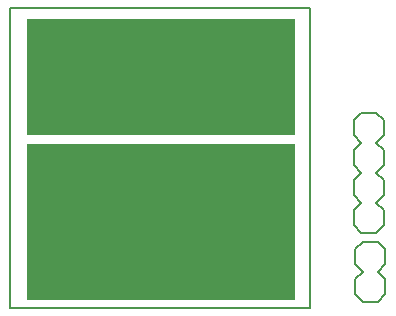
<source format=gto>
G75*
G70*
%OFA0B0*%
%FSLAX24Y24*%
%IPPOS*%
%LPD*%
%AMOC8*
5,1,8,0,0,1.08239X$1,22.5*
%
%ADD10C,0.0050*%
%ADD11R,0.8950X0.3850*%
%ADD12R,0.8950X0.5200*%
%ADD13C,0.0080*%
D10*
X002700Y000300D02*
X002700Y010300D01*
X012700Y010300D01*
X012700Y000300D01*
X002700Y000300D01*
D11*
X007725Y007975D03*
D12*
X007725Y003150D03*
D13*
X014150Y003050D02*
X014150Y003550D01*
X014400Y003800D01*
X014150Y004050D01*
X014150Y004550D01*
X014400Y004800D01*
X014150Y005050D01*
X014150Y005550D01*
X014400Y005800D01*
X014150Y006050D01*
X014150Y006550D01*
X014400Y006800D01*
X014900Y006800D01*
X015150Y006550D01*
X015150Y006050D01*
X014900Y005800D01*
X015150Y005550D01*
X015150Y005050D01*
X014900Y004800D01*
X015150Y004550D01*
X015150Y004050D01*
X014900Y003800D01*
X015150Y003550D01*
X015150Y003050D01*
X014900Y002800D01*
X014400Y002800D01*
X014150Y003050D01*
X014450Y002500D02*
X014950Y002500D01*
X015200Y002250D01*
X015200Y001750D01*
X014950Y001500D01*
X015200Y001250D01*
X015200Y000750D01*
X014950Y000500D01*
X014450Y000500D01*
X014200Y000750D01*
X014200Y001250D01*
X014450Y001500D01*
X014200Y001750D01*
X014200Y002250D01*
X014450Y002500D01*
M02*

</source>
